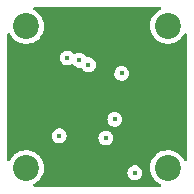
<source format=gbr>
G04 #@! TF.GenerationSoftware,KiCad,Pcbnew,(6.0.0)*
G04 #@! TF.CreationDate,2022-01-16T21:37:01+08:00*
G04 #@! TF.ProjectId,bldc_motor_encoder,626c6463-5f6d-46f7-946f-725f656e636f,rev?*
G04 #@! TF.SameCoordinates,Original*
G04 #@! TF.FileFunction,Copper,L2,Inr*
G04 #@! TF.FilePolarity,Positive*
%FSLAX46Y46*%
G04 Gerber Fmt 4.6, Leading zero omitted, Abs format (unit mm)*
G04 Created by KiCad (PCBNEW (6.0.0)) date 2022-01-16 21:37:01*
%MOMM*%
%LPD*%
G01*
G04 APERTURE LIST*
G04 #@! TA.AperFunction,ComponentPad*
%ADD10C,2.200000*%
G04 #@! TD*
G04 #@! TA.AperFunction,ViaPad*
%ADD11C,0.450000*%
G04 #@! TD*
G04 APERTURE END LIST*
D10*
X102000000Y-86000000D03*
X102000000Y-98000000D03*
X114000000Y-98000000D03*
X114000000Y-86000000D03*
D11*
X108740000Y-95470000D03*
X105480000Y-88700000D03*
X104800000Y-95290000D03*
X111200000Y-98410000D03*
X107970000Y-91500000D03*
X105510000Y-94120000D03*
X106980000Y-94710000D03*
X109410000Y-90560000D03*
X107269650Y-89283139D03*
X109500000Y-93900000D03*
X110090000Y-90010000D03*
X106500000Y-88900000D03*
X103600000Y-92700000D03*
X103600000Y-90700000D03*
X103600000Y-89600000D03*
G04 #@! TA.AperFunction,Conductor*
G36*
X113376997Y-84420002D02*
G01*
X113423490Y-84473658D01*
X113433594Y-84543932D01*
X113404100Y-84608512D01*
X113367057Y-84637762D01*
X113197679Y-84725935D01*
X113193546Y-84729038D01*
X113193543Y-84729040D01*
X113096419Y-84801963D01*
X113000364Y-84874083D01*
X112829896Y-85052468D01*
X112826982Y-85056740D01*
X112826981Y-85056741D01*
X112773988Y-85134426D01*
X112690851Y-85256300D01*
X112586965Y-85480104D01*
X112521026Y-85717871D01*
X112494806Y-85963214D01*
X112509010Y-86209545D01*
X112510147Y-86214591D01*
X112510148Y-86214597D01*
X112532336Y-86313051D01*
X112563255Y-86450249D01*
X112656084Y-86678861D01*
X112785006Y-86889241D01*
X112946557Y-87075741D01*
X113136399Y-87233351D01*
X113349433Y-87357838D01*
X113354253Y-87359678D01*
X113354258Y-87359681D01*
X113468547Y-87403323D01*
X113579939Y-87445859D01*
X113585007Y-87446890D01*
X113585010Y-87446891D01*
X113704587Y-87471219D01*
X113821726Y-87495052D01*
X113826899Y-87495242D01*
X113826902Y-87495242D01*
X114063136Y-87503904D01*
X114063140Y-87503904D01*
X114068300Y-87504093D01*
X114073420Y-87503437D01*
X114073422Y-87503437D01*
X114149703Y-87493665D01*
X114313041Y-87472741D01*
X114317990Y-87471256D01*
X114317996Y-87471255D01*
X114544424Y-87403323D01*
X114544423Y-87403323D01*
X114549374Y-87401838D01*
X114653266Y-87350942D01*
X114766303Y-87295566D01*
X114766308Y-87295563D01*
X114770954Y-87293287D01*
X114775164Y-87290284D01*
X114775169Y-87290281D01*
X114967617Y-87153009D01*
X114967622Y-87153005D01*
X114971829Y-87150004D01*
X115146605Y-86975837D01*
X115290588Y-86775463D01*
X115340702Y-86674066D01*
X115361043Y-86632908D01*
X115409157Y-86580701D01*
X115477858Y-86562794D01*
X115545334Y-86584872D01*
X115590162Y-86639926D01*
X115600000Y-86688735D01*
X115600000Y-97310762D01*
X115579998Y-97378883D01*
X115526342Y-97425376D01*
X115456068Y-97435480D01*
X115391488Y-97405986D01*
X115358452Y-97361006D01*
X115326928Y-97288507D01*
X115192905Y-97081339D01*
X115166635Y-97052468D01*
X115140243Y-97023464D01*
X115026846Y-96898842D01*
X115022795Y-96895643D01*
X115022791Y-96895639D01*
X114837264Y-96749119D01*
X114837259Y-96749116D01*
X114833210Y-96745918D01*
X114828694Y-96743425D01*
X114828691Y-96743423D01*
X114621722Y-96629170D01*
X114621718Y-96629168D01*
X114617198Y-96626673D01*
X114612329Y-96624949D01*
X114612325Y-96624947D01*
X114389485Y-96546035D01*
X114389481Y-96546034D01*
X114384610Y-96544309D01*
X114379517Y-96543402D01*
X114379514Y-96543401D01*
X114146783Y-96501945D01*
X114146777Y-96501944D01*
X114141694Y-96501039D01*
X114062324Y-96500069D01*
X113900142Y-96498088D01*
X113900140Y-96498088D01*
X113894972Y-96498025D01*
X113651070Y-96535347D01*
X113416540Y-96612003D01*
X113197679Y-96725935D01*
X113193546Y-96729038D01*
X113193543Y-96729040D01*
X113004499Y-96870978D01*
X113000364Y-96874083D01*
X112829896Y-97052468D01*
X112826982Y-97056740D01*
X112826981Y-97056741D01*
X112807238Y-97085683D01*
X112690851Y-97256300D01*
X112675901Y-97288507D01*
X112607679Y-97435480D01*
X112586965Y-97480104D01*
X112521026Y-97717871D01*
X112494806Y-97963214D01*
X112495103Y-97968366D01*
X112495103Y-97968370D01*
X112496734Y-97996647D01*
X112509010Y-98209545D01*
X112510147Y-98214591D01*
X112510148Y-98214597D01*
X112522012Y-98267241D01*
X112563255Y-98450249D01*
X112656084Y-98678861D01*
X112785006Y-98889241D01*
X112946557Y-99075741D01*
X113136399Y-99233351D01*
X113201451Y-99271365D01*
X113344967Y-99355229D01*
X113344974Y-99355232D01*
X113349433Y-99357838D01*
X113354262Y-99359682D01*
X113355698Y-99360370D01*
X113408488Y-99407844D01*
X113427232Y-99476321D01*
X113405978Y-99544062D01*
X113351475Y-99589558D01*
X113301253Y-99600000D01*
X102688475Y-99600000D01*
X102620354Y-99579998D01*
X102573861Y-99526342D01*
X102563757Y-99456068D01*
X102593251Y-99391488D01*
X102633043Y-99360849D01*
X102766303Y-99295566D01*
X102766308Y-99295563D01*
X102770954Y-99293287D01*
X102775164Y-99290284D01*
X102775169Y-99290281D01*
X102967617Y-99153009D01*
X102967622Y-99153005D01*
X102971829Y-99150004D01*
X103146605Y-98975837D01*
X103181531Y-98927233D01*
X103287570Y-98779663D01*
X103290588Y-98775463D01*
X103399911Y-98554264D01*
X103439733Y-98423196D01*
X103445747Y-98403402D01*
X110569941Y-98403402D01*
X110586554Y-98553883D01*
X110638582Y-98696057D01*
X110642819Y-98702363D01*
X110642821Y-98702366D01*
X110661881Y-98730729D01*
X110723022Y-98821716D01*
X110834998Y-98923607D01*
X110841675Y-98927232D01*
X110841676Y-98927233D01*
X110961370Y-98992222D01*
X110961372Y-98992223D01*
X110968047Y-98995847D01*
X110975396Y-98997775D01*
X111107136Y-99032336D01*
X111107138Y-99032336D01*
X111114486Y-99034264D01*
X111194562Y-99035522D01*
X111258266Y-99036523D01*
X111258269Y-99036523D01*
X111265863Y-99036642D01*
X111413437Y-99002843D01*
X111480731Y-98968998D01*
X111541906Y-98938231D01*
X111541909Y-98938229D01*
X111548689Y-98934819D01*
X111663810Y-98836495D01*
X111730485Y-98743708D01*
X111747724Y-98719718D01*
X111747725Y-98719717D01*
X111752156Y-98713550D01*
X111808624Y-98573080D01*
X111829956Y-98423196D01*
X111830094Y-98410000D01*
X111811906Y-98259701D01*
X111792954Y-98209545D01*
X111761076Y-98125182D01*
X111761075Y-98125179D01*
X111758392Y-98118080D01*
X111672640Y-97993311D01*
X111559603Y-97892599D01*
X111552897Y-97889048D01*
X111552895Y-97889047D01*
X111492704Y-97857178D01*
X111425805Y-97821757D01*
X111278972Y-97784874D01*
X111271374Y-97784834D01*
X111271372Y-97784834D01*
X111206775Y-97784496D01*
X111127579Y-97784082D01*
X111120200Y-97785854D01*
X111120196Y-97785854D01*
X110987746Y-97817652D01*
X110987742Y-97817653D01*
X110980367Y-97819424D01*
X110845835Y-97888861D01*
X110840113Y-97893853D01*
X110840111Y-97893854D01*
X110737474Y-97983390D01*
X110737471Y-97983393D01*
X110731749Y-97988385D01*
X110723891Y-97999566D01*
X110674251Y-98070197D01*
X110644696Y-98112249D01*
X110589702Y-98253302D01*
X110569941Y-98403402D01*
X103445747Y-98403402D01*
X103470135Y-98323132D01*
X103470136Y-98323126D01*
X103471639Y-98318180D01*
X103503845Y-98073550D01*
X103505643Y-98000000D01*
X103496219Y-97885378D01*
X103485849Y-97759240D01*
X103485848Y-97759234D01*
X103485425Y-97754089D01*
X103425316Y-97514783D01*
X103326928Y-97288507D01*
X103192905Y-97081339D01*
X103166635Y-97052468D01*
X103140243Y-97023464D01*
X103026846Y-96898842D01*
X103022795Y-96895643D01*
X103022791Y-96895639D01*
X102837264Y-96749119D01*
X102837259Y-96749116D01*
X102833210Y-96745918D01*
X102828694Y-96743425D01*
X102828691Y-96743423D01*
X102621722Y-96629170D01*
X102621718Y-96629168D01*
X102617198Y-96626673D01*
X102612329Y-96624949D01*
X102612325Y-96624947D01*
X102389485Y-96546035D01*
X102389481Y-96546034D01*
X102384610Y-96544309D01*
X102379517Y-96543402D01*
X102379514Y-96543401D01*
X102146783Y-96501945D01*
X102146777Y-96501944D01*
X102141694Y-96501039D01*
X102062324Y-96500069D01*
X101900142Y-96498088D01*
X101900140Y-96498088D01*
X101894972Y-96498025D01*
X101651070Y-96535347D01*
X101416540Y-96612003D01*
X101197679Y-96725935D01*
X101193546Y-96729038D01*
X101193543Y-96729040D01*
X101004499Y-96870978D01*
X101000364Y-96874083D01*
X100829896Y-97052468D01*
X100826982Y-97056740D01*
X100826981Y-97056741D01*
X100807238Y-97085683D01*
X100690851Y-97256300D01*
X100675901Y-97288507D01*
X100640288Y-97365229D01*
X100593464Y-97418596D01*
X100525220Y-97438177D01*
X100457225Y-97417753D01*
X100411065Y-97363811D01*
X100400000Y-97312179D01*
X100400000Y-95283402D01*
X104169941Y-95283402D01*
X104186554Y-95433883D01*
X104238582Y-95576057D01*
X104242819Y-95582363D01*
X104242821Y-95582366D01*
X104276900Y-95633080D01*
X104323022Y-95701716D01*
X104434998Y-95803607D01*
X104441675Y-95807232D01*
X104441676Y-95807233D01*
X104561370Y-95872222D01*
X104561372Y-95872223D01*
X104568047Y-95875847D01*
X104575396Y-95877775D01*
X104707136Y-95912336D01*
X104707138Y-95912336D01*
X104714486Y-95914264D01*
X104794562Y-95915522D01*
X104858266Y-95916523D01*
X104858269Y-95916523D01*
X104865863Y-95916642D01*
X105013437Y-95882843D01*
X105080731Y-95848998D01*
X105141906Y-95818231D01*
X105141909Y-95818229D01*
X105148689Y-95814819D01*
X105263810Y-95716495D01*
X105352156Y-95593550D01*
X105404475Y-95463402D01*
X108109941Y-95463402D01*
X108126554Y-95613883D01*
X108178582Y-95756057D01*
X108182819Y-95762363D01*
X108182821Y-95762366D01*
X108212971Y-95807233D01*
X108263022Y-95881716D01*
X108374998Y-95983607D01*
X108381675Y-95987232D01*
X108381676Y-95987233D01*
X108501370Y-96052222D01*
X108501372Y-96052223D01*
X108508047Y-96055847D01*
X108515396Y-96057775D01*
X108647136Y-96092336D01*
X108647138Y-96092336D01*
X108654486Y-96094264D01*
X108734562Y-96095522D01*
X108798266Y-96096523D01*
X108798269Y-96096523D01*
X108805863Y-96096642D01*
X108953437Y-96062843D01*
X109020731Y-96028998D01*
X109081906Y-95998231D01*
X109081909Y-95998229D01*
X109088689Y-95994819D01*
X109203810Y-95896495D01*
X109292156Y-95773550D01*
X109348624Y-95633080D01*
X109369956Y-95483196D01*
X109370094Y-95470000D01*
X109368047Y-95453080D01*
X109352818Y-95327241D01*
X109351906Y-95319701D01*
X109298392Y-95178080D01*
X109212640Y-95053311D01*
X109143629Y-94991825D01*
X109105270Y-94957648D01*
X109105269Y-94957648D01*
X109099603Y-94952599D01*
X109092897Y-94949048D01*
X109092895Y-94949047D01*
X109032704Y-94917178D01*
X108965805Y-94881757D01*
X108818972Y-94844874D01*
X108811374Y-94844834D01*
X108811372Y-94844834D01*
X108746775Y-94844496D01*
X108667579Y-94844082D01*
X108660200Y-94845854D01*
X108660196Y-94845854D01*
X108527746Y-94877652D01*
X108527742Y-94877653D01*
X108520367Y-94879424D01*
X108385835Y-94948861D01*
X108380113Y-94953853D01*
X108380111Y-94953854D01*
X108277474Y-95043390D01*
X108277471Y-95043393D01*
X108271749Y-95048385D01*
X108184696Y-95172249D01*
X108129702Y-95313302D01*
X108128711Y-95320831D01*
X108111300Y-95453080D01*
X108109941Y-95463402D01*
X105404475Y-95463402D01*
X105408624Y-95453080D01*
X105429956Y-95303196D01*
X105430094Y-95290000D01*
X105411906Y-95139701D01*
X105358392Y-94998080D01*
X105272640Y-94873311D01*
X105159603Y-94772599D01*
X105152897Y-94769048D01*
X105152895Y-94769047D01*
X105092704Y-94737178D01*
X105025805Y-94701757D01*
X104878972Y-94664874D01*
X104871374Y-94664834D01*
X104871372Y-94664834D01*
X104806775Y-94664496D01*
X104727579Y-94664082D01*
X104720200Y-94665854D01*
X104720196Y-94665854D01*
X104587746Y-94697652D01*
X104587742Y-94697653D01*
X104580367Y-94699424D01*
X104445835Y-94768861D01*
X104440113Y-94773853D01*
X104440111Y-94773854D01*
X104337474Y-94863390D01*
X104337471Y-94863393D01*
X104331749Y-94868385D01*
X104327382Y-94874599D01*
X104275190Y-94948861D01*
X104244696Y-94992249D01*
X104189702Y-95133302D01*
X104169941Y-95283402D01*
X100400000Y-95283402D01*
X100400000Y-93893402D01*
X108869941Y-93893402D01*
X108886554Y-94043883D01*
X108938582Y-94186057D01*
X108942819Y-94192363D01*
X108942821Y-94192366D01*
X108981412Y-94249794D01*
X109023022Y-94311716D01*
X109134998Y-94413607D01*
X109141675Y-94417232D01*
X109141676Y-94417233D01*
X109261370Y-94482222D01*
X109261372Y-94482223D01*
X109268047Y-94485847D01*
X109275396Y-94487775D01*
X109407136Y-94522336D01*
X109407138Y-94522336D01*
X109414486Y-94524264D01*
X109494562Y-94525522D01*
X109558266Y-94526523D01*
X109558269Y-94526523D01*
X109565863Y-94526642D01*
X109713437Y-94492843D01*
X109780731Y-94458998D01*
X109841906Y-94428231D01*
X109841909Y-94428229D01*
X109848689Y-94424819D01*
X109963810Y-94326495D01*
X110052156Y-94203550D01*
X110108624Y-94063080D01*
X110129956Y-93913196D01*
X110130094Y-93900000D01*
X110111906Y-93749701D01*
X110058392Y-93608080D01*
X109972640Y-93483311D01*
X109859603Y-93382599D01*
X109852897Y-93379048D01*
X109852895Y-93379047D01*
X109792704Y-93347178D01*
X109725805Y-93311757D01*
X109578972Y-93274874D01*
X109571374Y-93274834D01*
X109571372Y-93274834D01*
X109506775Y-93274496D01*
X109427579Y-93274082D01*
X109420200Y-93275854D01*
X109420196Y-93275854D01*
X109287746Y-93307652D01*
X109287742Y-93307653D01*
X109280367Y-93309424D01*
X109145835Y-93378861D01*
X109140113Y-93383853D01*
X109140111Y-93383854D01*
X109037474Y-93473390D01*
X109037471Y-93473393D01*
X109031749Y-93478385D01*
X108944696Y-93602249D01*
X108889702Y-93743302D01*
X108869941Y-93893402D01*
X100400000Y-93893402D01*
X100400000Y-90003402D01*
X109459941Y-90003402D01*
X109476554Y-90153883D01*
X109528582Y-90296057D01*
X109532819Y-90302363D01*
X109532821Y-90302366D01*
X109571412Y-90359794D01*
X109613022Y-90421716D01*
X109724998Y-90523607D01*
X109731675Y-90527232D01*
X109731676Y-90527233D01*
X109851370Y-90592222D01*
X109851372Y-90592223D01*
X109858047Y-90595847D01*
X109865396Y-90597775D01*
X109997136Y-90632336D01*
X109997138Y-90632336D01*
X110004486Y-90634264D01*
X110084562Y-90635522D01*
X110148266Y-90636523D01*
X110148269Y-90636523D01*
X110155863Y-90636642D01*
X110303437Y-90602843D01*
X110370731Y-90568998D01*
X110431906Y-90538231D01*
X110431909Y-90538229D01*
X110438689Y-90534819D01*
X110553810Y-90436495D01*
X110642156Y-90313550D01*
X110698624Y-90173080D01*
X110719956Y-90023196D01*
X110720094Y-90010000D01*
X110701906Y-89859701D01*
X110680491Y-89803027D01*
X110651076Y-89725182D01*
X110651075Y-89725179D01*
X110648392Y-89718080D01*
X110562640Y-89593311D01*
X110449603Y-89492599D01*
X110442897Y-89489048D01*
X110442895Y-89489047D01*
X110347805Y-89438700D01*
X110315805Y-89421757D01*
X110168972Y-89384874D01*
X110161374Y-89384834D01*
X110161372Y-89384834D01*
X110096775Y-89384496D01*
X110017579Y-89384082D01*
X110010200Y-89385854D01*
X110010196Y-89385854D01*
X109877746Y-89417652D01*
X109877742Y-89417653D01*
X109870367Y-89419424D01*
X109735835Y-89488861D01*
X109730113Y-89493853D01*
X109730111Y-89493854D01*
X109627474Y-89583390D01*
X109627471Y-89583393D01*
X109621749Y-89588385D01*
X109617382Y-89594599D01*
X109546921Y-89694855D01*
X109534696Y-89712249D01*
X109479702Y-89853302D01*
X109459941Y-90003402D01*
X100400000Y-90003402D01*
X100400000Y-88693402D01*
X104849941Y-88693402D01*
X104866554Y-88843883D01*
X104918582Y-88986057D01*
X104922819Y-88992363D01*
X104922821Y-88992366D01*
X104926823Y-88998321D01*
X105003022Y-89111716D01*
X105114998Y-89213607D01*
X105121675Y-89217232D01*
X105121676Y-89217233D01*
X105241370Y-89282222D01*
X105241372Y-89282223D01*
X105248047Y-89285847D01*
X105255396Y-89287775D01*
X105387136Y-89322336D01*
X105387138Y-89322336D01*
X105394486Y-89324264D01*
X105474562Y-89325522D01*
X105538266Y-89326523D01*
X105538269Y-89326523D01*
X105545863Y-89326642D01*
X105693437Y-89292843D01*
X105828689Y-89224819D01*
X105829898Y-89227223D01*
X105885545Y-89209946D01*
X105953966Y-89228895D01*
X105992070Y-89265655D01*
X106023022Y-89311716D01*
X106134998Y-89413607D01*
X106141675Y-89417232D01*
X106141676Y-89417233D01*
X106261370Y-89482222D01*
X106261372Y-89482223D01*
X106268047Y-89485847D01*
X106275396Y-89487775D01*
X106407136Y-89522336D01*
X106407138Y-89522336D01*
X106414486Y-89524264D01*
X106494562Y-89525522D01*
X106558266Y-89526523D01*
X106558269Y-89526523D01*
X106565863Y-89526642D01*
X106573267Y-89524946D01*
X106573269Y-89524946D01*
X106580055Y-89523392D01*
X106650922Y-89527684D01*
X106708219Y-89569608D01*
X106712759Y-89575933D01*
X106792672Y-89694855D01*
X106904648Y-89796746D01*
X106911325Y-89800371D01*
X106911326Y-89800372D01*
X107031020Y-89865361D01*
X107031022Y-89865362D01*
X107037697Y-89868986D01*
X107045046Y-89870914D01*
X107176786Y-89905475D01*
X107176788Y-89905475D01*
X107184136Y-89907403D01*
X107264212Y-89908661D01*
X107327916Y-89909662D01*
X107327919Y-89909662D01*
X107335513Y-89909781D01*
X107483087Y-89875982D01*
X107550381Y-89842137D01*
X107611556Y-89811370D01*
X107611559Y-89811368D01*
X107618339Y-89807958D01*
X107733460Y-89709634D01*
X107821806Y-89586689D01*
X107878274Y-89446219D01*
X107899606Y-89296335D01*
X107899744Y-89283139D01*
X107892978Y-89227223D01*
X107882468Y-89140380D01*
X107881556Y-89132840D01*
X107828042Y-88991219D01*
X107742290Y-88866450D01*
X107629253Y-88765738D01*
X107622547Y-88762187D01*
X107622545Y-88762186D01*
X107562354Y-88730317D01*
X107495455Y-88694896D01*
X107348622Y-88658013D01*
X107341024Y-88657973D01*
X107341022Y-88657973D01*
X107276425Y-88657635D01*
X107197229Y-88657221D01*
X107189845Y-88658994D01*
X107182295Y-88659867D01*
X107182102Y-88658198D01*
X107120340Y-88655107D01*
X107062607Y-88613786D01*
X107057997Y-88607505D01*
X106976939Y-88489566D01*
X106972640Y-88483311D01*
X106859603Y-88382599D01*
X106852897Y-88379048D01*
X106852895Y-88379047D01*
X106771403Y-88335900D01*
X106725805Y-88311757D01*
X106578972Y-88274874D01*
X106571374Y-88274834D01*
X106571372Y-88274834D01*
X106506775Y-88274496D01*
X106427579Y-88274082D01*
X106420200Y-88275854D01*
X106420196Y-88275854D01*
X106287746Y-88307652D01*
X106287742Y-88307653D01*
X106280367Y-88309424D01*
X106150413Y-88376498D01*
X106080707Y-88389967D01*
X106014783Y-88363612D01*
X105988785Y-88335900D01*
X105956943Y-88289571D01*
X105956940Y-88289568D01*
X105952640Y-88283311D01*
X105839603Y-88182599D01*
X105832897Y-88179048D01*
X105832895Y-88179047D01*
X105772704Y-88147178D01*
X105705805Y-88111757D01*
X105558972Y-88074874D01*
X105551374Y-88074834D01*
X105551372Y-88074834D01*
X105486775Y-88074496D01*
X105407579Y-88074082D01*
X105400200Y-88075854D01*
X105400196Y-88075854D01*
X105267746Y-88107652D01*
X105267742Y-88107653D01*
X105260367Y-88109424D01*
X105125835Y-88178861D01*
X105120113Y-88183853D01*
X105120111Y-88183854D01*
X105017474Y-88273390D01*
X105017471Y-88273393D01*
X105011749Y-88278385D01*
X104989594Y-88309908D01*
X104934958Y-88387648D01*
X104924696Y-88402249D01*
X104869702Y-88543302D01*
X104868711Y-88550831D01*
X104854576Y-88658198D01*
X104849941Y-88693402D01*
X100400000Y-88693402D01*
X100400000Y-86693410D01*
X100420002Y-86625289D01*
X100473658Y-86578796D01*
X100543932Y-86568692D01*
X100608512Y-86598186D01*
X100642743Y-86646006D01*
X100656084Y-86678861D01*
X100785006Y-86889241D01*
X100946557Y-87075741D01*
X101136399Y-87233351D01*
X101349433Y-87357838D01*
X101354253Y-87359678D01*
X101354258Y-87359681D01*
X101468547Y-87403323D01*
X101579939Y-87445859D01*
X101585007Y-87446890D01*
X101585010Y-87446891D01*
X101704587Y-87471219D01*
X101821726Y-87495052D01*
X101826899Y-87495242D01*
X101826902Y-87495242D01*
X102063136Y-87503904D01*
X102063140Y-87503904D01*
X102068300Y-87504093D01*
X102073420Y-87503437D01*
X102073422Y-87503437D01*
X102149703Y-87493665D01*
X102313041Y-87472741D01*
X102317990Y-87471256D01*
X102317996Y-87471255D01*
X102544424Y-87403323D01*
X102544423Y-87403323D01*
X102549374Y-87401838D01*
X102653266Y-87350942D01*
X102766303Y-87295566D01*
X102766308Y-87295563D01*
X102770954Y-87293287D01*
X102775164Y-87290284D01*
X102775169Y-87290281D01*
X102967617Y-87153009D01*
X102967622Y-87153005D01*
X102971829Y-87150004D01*
X103146605Y-86975837D01*
X103290588Y-86775463D01*
X103399911Y-86554264D01*
X103433045Y-86445207D01*
X103470135Y-86323132D01*
X103470136Y-86323126D01*
X103471639Y-86318180D01*
X103503845Y-86073550D01*
X103505643Y-86000000D01*
X103497660Y-85902906D01*
X103485849Y-85759240D01*
X103485848Y-85759234D01*
X103485425Y-85754089D01*
X103425316Y-85514783D01*
X103364629Y-85375213D01*
X103328993Y-85293256D01*
X103328993Y-85293255D01*
X103326928Y-85288507D01*
X103192905Y-85081339D01*
X103166635Y-85052468D01*
X103073397Y-84950001D01*
X103026846Y-84898842D01*
X103022795Y-84895643D01*
X103022791Y-84895639D01*
X102837264Y-84749119D01*
X102837259Y-84749116D01*
X102833210Y-84745918D01*
X102828695Y-84743425D01*
X102828682Y-84743417D01*
X102634654Y-84636308D01*
X102584684Y-84585876D01*
X102569912Y-84516433D01*
X102595028Y-84450028D01*
X102652059Y-84407743D01*
X102695548Y-84400000D01*
X113308876Y-84400000D01*
X113376997Y-84420002D01*
G37*
G04 #@! TD.AperFunction*
M02*

</source>
